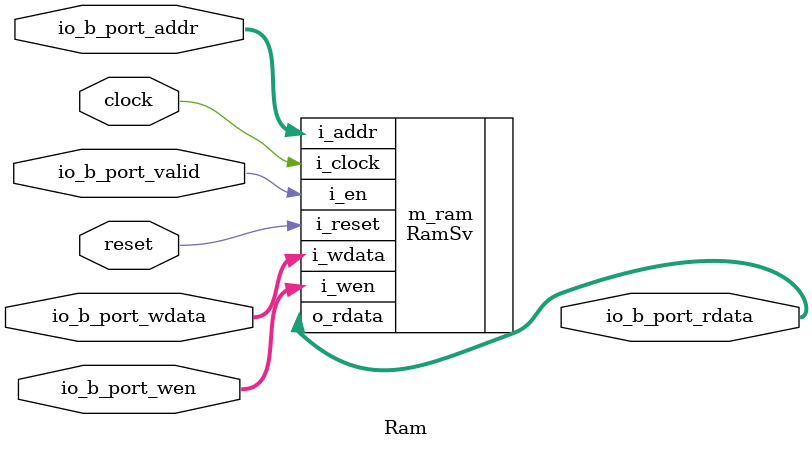
<source format=sv>
module Ram(
  input         clock,
                reset,
                io_b_port_valid,
  input  [4:0]  io_b_port_addr,
  input  [3:0]  io_b_port_wen,
  input  [31:0] io_b_port_wdata,
  output [31:0] io_b_port_rdata
);

  RamSv #(
    .INIT_FILE("sw.ram.mem"),
    .N_DATA(24),
    .N_DATA_BYTE(4)
  ) m_ram (
    .i_clock (clock),
    .i_reset (reset),
    .i_en    (io_b_port_valid),
    .i_addr  (io_b_port_addr),
    .i_wen   (io_b_port_wen),
    .i_wdata (io_b_port_wdata),
    .o_rdata (io_b_port_rdata)
  );
endmodule


</source>
